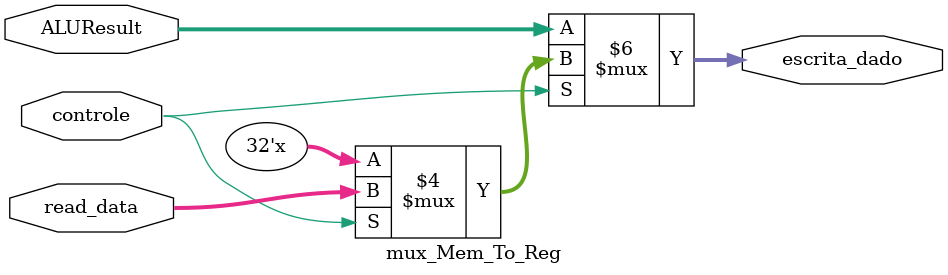
<source format=v>
`timescale 1ns / 1ps
module mux_Mem_To_Reg(
    
		read_data, 
		ALUResult, 
		controle, 
		escrita_dado);

	input wire[31:0] read_data;
	input wire[31:0] ALUResult;
	input controle;
	output reg [31:0] escrita_dado;

	always @ (controle or ALUResult or read_data)
		begin
			if (controle == 1) begin
				escrita_dado <= read_data;
			end
		
			if (controle == 0) begin
				escrita_dado <= ALUResult;
			end
		end // end always
	 
	

endmodule

</source>
